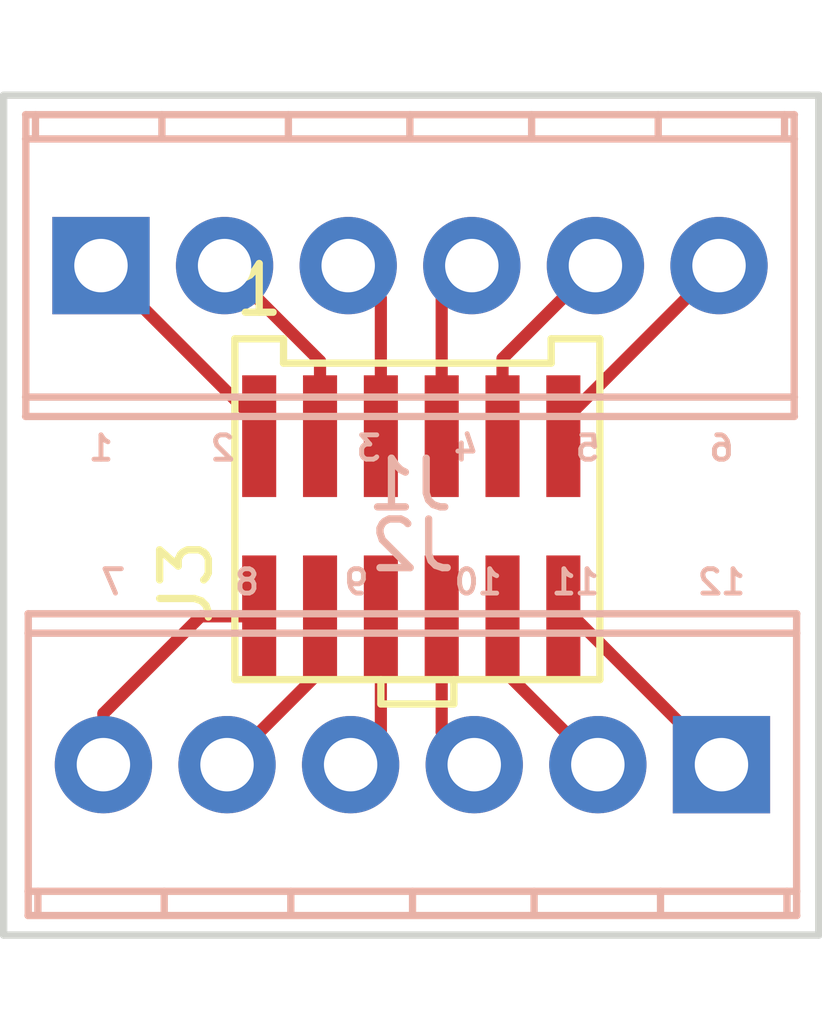
<source format=kicad_pcb>
(kicad_pcb (version 4) (host pcbnew 4.0.6)

  (general
    (links 12)
    (no_connects 0)
    (area 143.174999 97.924999 160.075001 115.325001)
    (thickness 1.6)
    (drawings 17)
    (tracks 25)
    (zones 0)
    (modules 3)
    (nets 13)
  )

  (page A4)
  (layers
    (0 F.Cu signal)
    (31 B.Cu signal)
    (32 B.Adhes user)
    (33 F.Adhes user)
    (34 B.Paste user)
    (35 F.Paste user)
    (36 B.SilkS user)
    (37 F.SilkS user)
    (38 B.Mask user)
    (39 F.Mask user)
    (40 Dwgs.User user)
    (41 Cmts.User user)
    (42 Eco1.User user)
    (43 Eco2.User user)
    (44 Edge.Cuts user)
    (45 Margin user)
    (46 B.CrtYd user)
    (47 F.CrtYd user)
    (48 B.Fab user)
    (49 F.Fab user)
  )

  (setup
    (last_trace_width 0.25)
    (trace_clearance 0.2)
    (zone_clearance 0.508)
    (zone_45_only no)
    (trace_min 0.2)
    (segment_width 0.2)
    (edge_width 0.15)
    (via_size 0.6)
    (via_drill 0.4)
    (via_min_size 0.4)
    (via_min_drill 0.3)
    (uvia_size 0.3)
    (uvia_drill 0.1)
    (uvias_allowed no)
    (uvia_min_size 0.2)
    (uvia_min_drill 0.1)
    (pcb_text_width 0.3)
    (pcb_text_size 1.5 1.5)
    (mod_edge_width 0.15)
    (mod_text_size 1 1)
    (mod_text_width 0.15)
    (pad_size 1.524 1.524)
    (pad_drill 0.762)
    (pad_to_mask_clearance 0.2)
    (aux_axis_origin 0 0)
    (visible_elements FFFFFF7F)
    (pcbplotparams
      (layerselection 0x00030_80000001)
      (usegerberextensions false)
      (excludeedgelayer true)
      (linewidth 0.100000)
      (plotframeref false)
      (viasonmask false)
      (mode 1)
      (useauxorigin false)
      (hpglpennumber 1)
      (hpglpenspeed 20)
      (hpglpendiameter 15)
      (hpglpenoverlay 2)
      (psnegative false)
      (psa4output false)
      (plotreference true)
      (plotvalue true)
      (plotinvisibletext false)
      (padsonsilk false)
      (subtractmaskfromsilk false)
      (outputformat 1)
      (mirror false)
      (drillshape 1)
      (scaleselection 1)
      (outputdirectory ""))
  )

  (net 0 "")
  (net 1 "Net-(J1-Pad4)")
  (net 2 "Net-(J1-Pad1)")
  (net 3 "Net-(J1-Pad2)")
  (net 4 "Net-(J1-Pad3)")
  (net 5 "Net-(J1-Pad5)")
  (net 6 "Net-(J1-Pad6)")
  (net 7 "Net-(J2-Pad4)")
  (net 8 "Net-(J2-Pad1)")
  (net 9 "Net-(J2-Pad2)")
  (net 10 "Net-(J2-Pad3)")
  (net 11 "Net-(J2-Pad5)")
  (net 12 "Net-(J2-Pad6)")

  (net_class Default "This is the default net class."
    (clearance 0.2)
    (trace_width 0.25)
    (via_dia 0.6)
    (via_drill 0.4)
    (uvia_dia 0.3)
    (uvia_drill 0.1)
    (add_net "Net-(J1-Pad1)")
    (add_net "Net-(J1-Pad2)")
    (add_net "Net-(J1-Pad3)")
    (add_net "Net-(J1-Pad4)")
    (add_net "Net-(J1-Pad5)")
    (add_net "Net-(J1-Pad6)")
    (add_net "Net-(J2-Pad1)")
    (add_net "Net-(J2-Pad2)")
    (add_net "Net-(J2-Pad3)")
    (add_net "Net-(J2-Pad4)")
    (add_net "Net-(J2-Pad5)")
    (add_net "Net-(J2-Pad6)")
  )

  (module Connectors_Terminal_Blocks:TerminalBlock_Pheonix_MPT-2.54mm_6pol (layer B.Cu) (tedit 0) (tstamp 598CC0E5)
    (at 145.25 101.5)
    (descr "6-way 2.54mm pitch terminal block, Phoenix MPT series")
    (path /598C9D3F)
    (fp_text reference J1 (at 6.35 4.50088) (layer B.SilkS)
      (effects (font (size 1 1) (thickness 0.15)) (justify mirror))
    )
    (fp_text value Screw_Terminal_1x06 (at 6.35 -4.50088) (layer B.Fab)
      (effects (font (size 1 1) (thickness 0.15)) (justify mirror))
    )
    (fp_line (start -1.778 3.302) (end 14.478 3.302) (layer B.CrtYd) (width 0.05))
    (fp_line (start -1.778 -3.302) (end -1.778 3.302) (layer B.CrtYd) (width 0.05))
    (fp_line (start 14.478 -3.302) (end -1.778 -3.302) (layer B.CrtYd) (width 0.05))
    (fp_line (start 14.478 3.302) (end 14.478 -3.302) (layer B.CrtYd) (width 0.05))
    (fp_line (start 14.2494 3.0988) (end -1.5494 3.0988) (layer B.SilkS) (width 0.15))
    (fp_line (start 14.2494 2.70002) (end -1.5494 2.70002) (layer B.SilkS) (width 0.15))
    (fp_line (start -1.5494 -3.0988) (end 14.2494 -3.0988) (layer B.SilkS) (width 0.15))
    (fp_line (start 14.2494 -2.60096) (end -1.5494 -2.60096) (layer B.SilkS) (width 0.15))
    (fp_line (start 11.45032 -2.60096) (end 11.45032 -3.0988) (layer B.SilkS) (width 0.15))
    (fp_line (start 8.84936 -2.60096) (end 8.84936 -3.0988) (layer B.SilkS) (width 0.15))
    (fp_line (start 6.34746 -2.60096) (end 6.34746 -3.0988) (layer B.SilkS) (width 0.15))
    (fp_line (start 3.85064 -2.60096) (end 3.85064 -3.0988) (layer B.SilkS) (width 0.15))
    (fp_line (start -1.3462 -3.0988) (end -1.3462 -2.60096) (layer B.SilkS) (width 0.15))
    (fp_line (start 14.0462 -2.60096) (end 14.0462 -3.0988) (layer B.SilkS) (width 0.15))
    (fp_line (start 1.25222 -3.0988) (end 1.25222 -2.60096) (layer B.SilkS) (width 0.15))
    (fp_line (start 14.24432 -3.0988) (end 14.24432 3.0988) (layer B.SilkS) (width 0.15))
    (fp_line (start -1.54432 3.0988) (end -1.54432 -3.0988) (layer B.SilkS) (width 0.15))
    (pad 4 thru_hole oval (at 7.62 0 180) (size 1.99898 1.99898) (drill 1.09728) (layers *.Cu *.Mask)
      (net 1 "Net-(J1-Pad4)"))
    (pad 1 thru_hole rect (at 0 0 180) (size 1.99898 1.99898) (drill 1.09728) (layers *.Cu *.Mask)
      (net 2 "Net-(J1-Pad1)"))
    (pad 2 thru_hole oval (at 2.54 0 180) (size 1.99898 1.99898) (drill 1.09728) (layers *.Cu *.Mask)
      (net 3 "Net-(J1-Pad2)"))
    (pad 3 thru_hole oval (at 5.08 0 180) (size 1.99898 1.99898) (drill 1.09728) (layers *.Cu *.Mask)
      (net 4 "Net-(J1-Pad3)"))
    (pad 5 thru_hole oval (at 10.16 0 180) (size 1.99898 1.99898) (drill 1.09728) (layers *.Cu *.Mask)
      (net 5 "Net-(J1-Pad5)"))
    (pad 6 thru_hole oval (at 12.7 0 180) (size 1.99898 1.99898) (drill 1.09728) (layers *.Cu *.Mask)
      (net 6 "Net-(J1-Pad6)"))
    (model Terminal_Blocks.3dshapes/TerminalBlock_Pheonix_MPT-2.54mm_6pol.wrl
      (at (xyz 0.25 0 0))
      (scale (xyz 1 1 1))
      (rotate (xyz 0 0 0))
    )
  )

  (module Connectors_Terminal_Blocks:TerminalBlock_Pheonix_MPT-2.54mm_6pol (layer B.Cu) (tedit 0) (tstamp 598CC0EF)
    (at 158 111.75 180)
    (descr "6-way 2.54mm pitch terminal block, Phoenix MPT series")
    (path /598C9DE6)
    (fp_text reference J2 (at 6.35 4.50088 180) (layer B.SilkS)
      (effects (font (size 1 1) (thickness 0.15)) (justify mirror))
    )
    (fp_text value Screw_Terminal_1x06 (at 6.35 -4.50088 180) (layer B.Fab)
      (effects (font (size 1 1) (thickness 0.15)) (justify mirror))
    )
    (fp_line (start -1.778 3.302) (end 14.478 3.302) (layer B.CrtYd) (width 0.05))
    (fp_line (start -1.778 -3.302) (end -1.778 3.302) (layer B.CrtYd) (width 0.05))
    (fp_line (start 14.478 -3.302) (end -1.778 -3.302) (layer B.CrtYd) (width 0.05))
    (fp_line (start 14.478 3.302) (end 14.478 -3.302) (layer B.CrtYd) (width 0.05))
    (fp_line (start 14.2494 3.0988) (end -1.5494 3.0988) (layer B.SilkS) (width 0.15))
    (fp_line (start 14.2494 2.70002) (end -1.5494 2.70002) (layer B.SilkS) (width 0.15))
    (fp_line (start -1.5494 -3.0988) (end 14.2494 -3.0988) (layer B.SilkS) (width 0.15))
    (fp_line (start 14.2494 -2.60096) (end -1.5494 -2.60096) (layer B.SilkS) (width 0.15))
    (fp_line (start 11.45032 -2.60096) (end 11.45032 -3.0988) (layer B.SilkS) (width 0.15))
    (fp_line (start 8.84936 -2.60096) (end 8.84936 -3.0988) (layer B.SilkS) (width 0.15))
    (fp_line (start 6.34746 -2.60096) (end 6.34746 -3.0988) (layer B.SilkS) (width 0.15))
    (fp_line (start 3.85064 -2.60096) (end 3.85064 -3.0988) (layer B.SilkS) (width 0.15))
    (fp_line (start -1.3462 -3.0988) (end -1.3462 -2.60096) (layer B.SilkS) (width 0.15))
    (fp_line (start 14.0462 -2.60096) (end 14.0462 -3.0988) (layer B.SilkS) (width 0.15))
    (fp_line (start 1.25222 -3.0988) (end 1.25222 -2.60096) (layer B.SilkS) (width 0.15))
    (fp_line (start 14.24432 -3.0988) (end 14.24432 3.0988) (layer B.SilkS) (width 0.15))
    (fp_line (start -1.54432 3.0988) (end -1.54432 -3.0988) (layer B.SilkS) (width 0.15))
    (pad 4 thru_hole oval (at 7.62 0) (size 1.99898 1.99898) (drill 1.09728) (layers *.Cu *.Mask)
      (net 7 "Net-(J2-Pad4)"))
    (pad 1 thru_hole rect (at 0 0) (size 1.99898 1.99898) (drill 1.09728) (layers *.Cu *.Mask)
      (net 8 "Net-(J2-Pad1)"))
    (pad 2 thru_hole oval (at 2.54 0) (size 1.99898 1.99898) (drill 1.09728) (layers *.Cu *.Mask)
      (net 9 "Net-(J2-Pad2)"))
    (pad 3 thru_hole oval (at 5.08 0) (size 1.99898 1.99898) (drill 1.09728) (layers *.Cu *.Mask)
      (net 10 "Net-(J2-Pad3)"))
    (pad 5 thru_hole oval (at 10.16 0) (size 1.99898 1.99898) (drill 1.09728) (layers *.Cu *.Mask)
      (net 11 "Net-(J2-Pad5)"))
    (pad 6 thru_hole oval (at 12.7 0) (size 1.99898 1.99898) (drill 1.09728) (layers *.Cu *.Mask)
      (net 12 "Net-(J2-Pad6)"))
    (model Terminal_Blocks.3dshapes/TerminalBlock_Pheonix_MPT-2.54mm_6pol.wrl
      (at (xyz 0.25 0 0))
      (scale (xyz 1 1 1))
      (rotate (xyz 0 0 0))
    )
  )

  (module MyConnectors:Gecko12Pin_SMD_Female (layer F.Cu) (tedit 598CB9D7) (tstamp 598CC10C)
    (at 148.5011 105.0036)
    (path /598C9CFA)
    (fp_text reference J3 (at -1.5 3 90) (layer F.SilkS)
      (effects (font (size 1 1) (thickness 0.15)))
    )
    (fp_text value CONN_01X12 (at -3 -4 90) (layer F.Fab)
      (effects (font (size 1 1) (thickness 0.15)))
    )
    (fp_text user 1 (at 0 -3) (layer F.SilkS)
      (effects (font (size 1 1) (thickness 0.15)))
    )
    (fp_line (start 2.5 5) (end 2.5 5.5) (layer F.SilkS) (width 0.15))
    (fp_line (start 2.5 5.5) (end 4 5.5) (layer F.SilkS) (width 0.15))
    (fp_line (start 4 5.5) (end 4 5) (layer F.SilkS) (width 0.15))
    (fp_line (start 7 -1.5) (end 7 5) (layer F.SilkS) (width 0.15))
    (fp_line (start 7 5) (end -0.5 5) (layer F.SilkS) (width 0.15))
    (fp_line (start -0.5 5) (end -0.5 -2) (layer F.SilkS) (width 0.15))
    (fp_line (start -0.5 -2) (end 0.5 -2) (layer F.SilkS) (width 0.15))
    (fp_line (start 0.5 -2) (end 0.5 -1.5) (layer F.SilkS) (width 0.15))
    (fp_line (start 0.5 -1.5) (end 6 -1.5) (layer F.SilkS) (width 0.15))
    (fp_line (start 6 -1.5) (end 6 -2) (layer F.SilkS) (width 0.15))
    (fp_line (start 6 -2) (end 7 -2) (layer F.SilkS) (width 0.15))
    (fp_line (start 7 -2) (end 7 -1.5) (layer F.SilkS) (width 0.15))
    (pad 1 smd rect (at 0 0) (size 0.7 2.5) (layers F.Cu F.Paste F.Mask)
      (net 2 "Net-(J1-Pad1)"))
    (pad 2 smd rect (at 1.25 0) (size 0.7 2.5) (layers F.Cu F.Paste F.Mask)
      (net 3 "Net-(J1-Pad2)"))
    (pad 3 smd rect (at 2.5 0) (size 0.7 2.5) (layers F.Cu F.Paste F.Mask)
      (net 4 "Net-(J1-Pad3)"))
    (pad 4 smd rect (at 3.75 0) (size 0.7 2.5) (layers F.Cu F.Paste F.Mask)
      (net 1 "Net-(J1-Pad4)"))
    (pad 5 smd rect (at 5 0) (size 0.7 2.5) (layers F.Cu F.Paste F.Mask)
      (net 5 "Net-(J1-Pad5)"))
    (pad 6 smd rect (at 6.25 0) (size 0.7 2.5) (layers F.Cu F.Paste F.Mask)
      (net 6 "Net-(J1-Pad6)"))
    (pad 7 smd rect (at 0 3.7) (size 0.7 2.5) (layers F.Cu F.Paste F.Mask)
      (net 12 "Net-(J2-Pad6)"))
    (pad 8 smd rect (at 1.25 3.7) (size 0.7 2.5) (layers F.Cu F.Paste F.Mask)
      (net 11 "Net-(J2-Pad5)"))
    (pad 9 smd rect (at 2.5 3.7) (size 0.7 2.5) (layers F.Cu F.Paste F.Mask)
      (net 7 "Net-(J2-Pad4)"))
    (pad 10 smd rect (at 3.75 3.7) (size 0.7 2.5) (layers F.Cu F.Paste F.Mask)
      (net 10 "Net-(J2-Pad3)"))
    (pad 11 smd rect (at 5 3.7) (size 0.7 2.5) (layers F.Cu F.Paste F.Mask)
      (net 9 "Net-(J2-Pad2)"))
    (pad 12 smd rect (at 6.25 3.7) (size 0.7 2.5) (layers F.Cu F.Paste F.Mask)
      (net 8 "Net-(J2-Pad1)"))
  )

  (gr_line (start 160 115.25) (end 160 104.75) (angle 90) (layer Edge.Cuts) (width 0.15))
  (gr_line (start 143.25 115.25) (end 160 115.25) (angle 90) (layer Edge.Cuts) (width 0.15))
  (gr_line (start 143.25 98) (end 143.25 115.25) (angle 90) (layer Edge.Cuts) (width 0.15))
  (gr_line (start 160 98) (end 143.25 98) (angle 90) (layer Edge.Cuts) (width 0.15))
  (gr_line (start 160 104.75) (end 160 98) (angle 90) (layer Edge.Cuts) (width 0.15))
  (gr_text "7\n" (at 145.5 108) (layer B.SilkS)
    (effects (font (size 0.5 0.5) (thickness 0.1)) (justify mirror))
  )
  (gr_text 8 (at 148.25 108) (layer B.SilkS)
    (effects (font (size 0.5 0.5) (thickness 0.1)) (justify mirror))
  )
  (gr_text 9 (at 150.5 108) (layer B.SilkS)
    (effects (font (size 0.5 0.5) (thickness 0.1)) (justify mirror))
  )
  (gr_text 10 (at 153 108) (layer B.SilkS)
    (effects (font (size 0.5 0.5) (thickness 0.1)) (justify mirror))
  )
  (gr_text 11 (at 155 108) (layer B.SilkS)
    (effects (font (size 0.5 0.5) (thickness 0.1)) (justify mirror))
  )
  (gr_text 12 (at 158 108) (layer B.SilkS)
    (effects (font (size 0.5 0.5) (thickness 0.1)) (justify mirror))
  )
  (gr_text 6 (at 158 105.25) (layer B.SilkS)
    (effects (font (size 0.5 0.5) (thickness 0.1)) (justify mirror))
  )
  (gr_text 5 (at 155.25 105.25) (layer B.SilkS)
    (effects (font (size 0.5 0.5) (thickness 0.1)) (justify mirror))
  )
  (gr_text 4 (at 152.75 105.25) (layer B.SilkS)
    (effects (font (size 0.5 0.5) (thickness 0.1)) (justify mirror))
  )
  (gr_text 3 (at 150.75 105.25) (layer B.SilkS)
    (effects (font (size 0.5 0.5) (thickness 0.1)) (justify mirror))
  )
  (gr_text 2 (at 147.75 105.25) (layer B.SilkS)
    (effects (font (size 0.5 0.5) (thickness 0.1)) (justify mirror))
  )
  (gr_text 1 (at 145.25 105.25) (layer B.SilkS)
    (effects (font (size 0.5 0.5) (thickness 0.1)) (justify mirror))
  )

  (segment (start 152.2511 105.0036) (end 152.2511 102.1189) (width 0.25) (layer F.Cu) (net 1) (status C00000))
  (segment (start 152.2511 102.1189) (end 152.87 101.5) (width 0.25) (layer F.Cu) (net 1) (tstamp 598CC17A) (status C00000))
  (segment (start 148.5011 105.0036) (end 148.5011 104.7511) (width 0.25) (layer F.Cu) (net 2) (status C00000))
  (segment (start 148.5011 104.7511) (end 145.25 101.5) (width 0.25) (layer F.Cu) (net 2) (tstamp 598CC170) (status C00000))
  (segment (start 149.7511 105.0036) (end 149.7511 103.4611) (width 0.25) (layer F.Cu) (net 3) (status 400000))
  (segment (start 149.7511 103.4611) (end 147.79 101.5) (width 0.25) (layer F.Cu) (net 3) (tstamp 598CC173) (status 800000))
  (segment (start 151.0011 105.0036) (end 151.0011 102.1711) (width 0.25) (layer F.Cu) (net 4) (status C00000))
  (segment (start 151.0011 102.1711) (end 150.33 101.5) (width 0.25) (layer F.Cu) (net 4) (tstamp 598CC177) (status C00000))
  (segment (start 153.5011 105.0036) (end 153.5011 103.4089) (width 0.25) (layer F.Cu) (net 5) (status 400000))
  (segment (start 153.5011 103.4089) (end 155.41 101.5) (width 0.25) (layer F.Cu) (net 5) (tstamp 598CC17D) (status 800000))
  (segment (start 154.7511 105.0036) (end 154.7511 104.6989) (width 0.25) (layer F.Cu) (net 6) (status C00000))
  (segment (start 154.7511 104.6989) (end 157.95 101.5) (width 0.25) (layer F.Cu) (net 6) (tstamp 598CC181) (status C00000))
  (segment (start 151.0011 108.7036) (end 151.0011 111.1289) (width 0.25) (layer F.Cu) (net 7) (status C00000))
  (segment (start 151.0011 111.1289) (end 150.38 111.75) (width 0.25) (layer F.Cu) (net 7) (tstamp 598CC162) (status C00000))
  (segment (start 154.7511 108.7036) (end 154.9536 108.7036) (width 0.25) (layer F.Cu) (net 8) (status C00000))
  (segment (start 154.9536 108.7036) (end 158 111.75) (width 0.25) (layer F.Cu) (net 8) (tstamp 598CC16D) (status C00000))
  (segment (start 153.5011 108.7036) (end 153.5011 109.7911) (width 0.25) (layer F.Cu) (net 9) (status C00000))
  (segment (start 153.5011 109.7911) (end 155.46 111.75) (width 0.25) (layer F.Cu) (net 9) (tstamp 598CC168) (status C00000))
  (segment (start 152.2511 108.7036) (end 152.2511 111.0811) (width 0.25) (layer F.Cu) (net 10) (status C00000))
  (segment (start 152.2511 111.0811) (end 152.92 111.75) (width 0.25) (layer F.Cu) (net 10) (tstamp 598CC165) (status C00000))
  (segment (start 149.7511 108.7036) (end 149.7511 109.8389) (width 0.25) (layer F.Cu) (net 11) (status C00000))
  (segment (start 149.7511 109.8389) (end 147.84 111.75) (width 0.25) (layer F.Cu) (net 11) (tstamp 598CC15E) (status C00000))
  (segment (start 148.5011 108.7036) (end 147.2964 108.7036) (width 0.25) (layer F.Cu) (net 12) (status 400000))
  (segment (start 145.3 110.7) (end 145.3 111.75) (width 0.25) (layer F.Cu) (net 12) (tstamp 598CC15A) (status 800000))
  (segment (start 147.2964 108.7036) (end 145.3 110.7) (width 0.25) (layer F.Cu) (net 12) (tstamp 598CC158))

)

</source>
